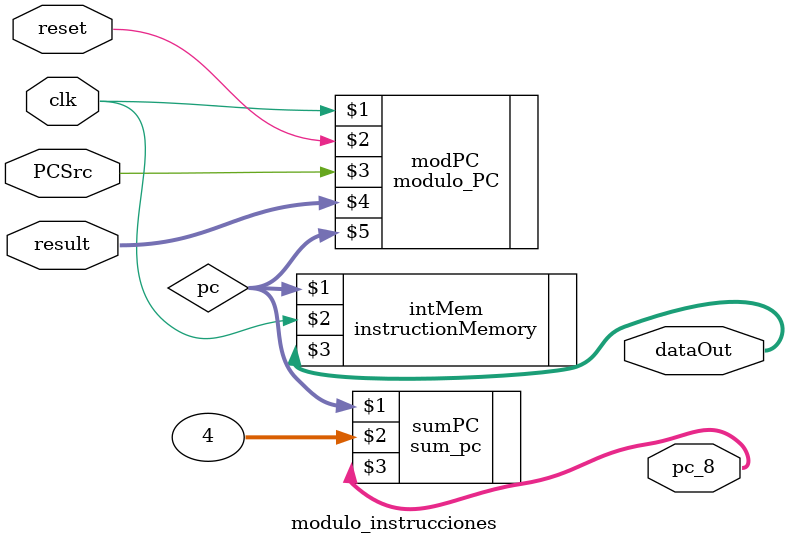
<source format=sv>
module modulo_instrucciones(input clk, input reset,PCSrc, input [31:0] result,output [31:0] dataOut,output [31:0] pc_8);

	logic [31:0] pc;
	
	

	
	modulo_PC modPC(clk, reset,PCSrc,result,pc);

	instructionMemory intMem(pc, clk, dataOut);
	
	sum_pc #(32) sumPC(pc,32'b100,pc_8);
	
	
endmodule

</source>
